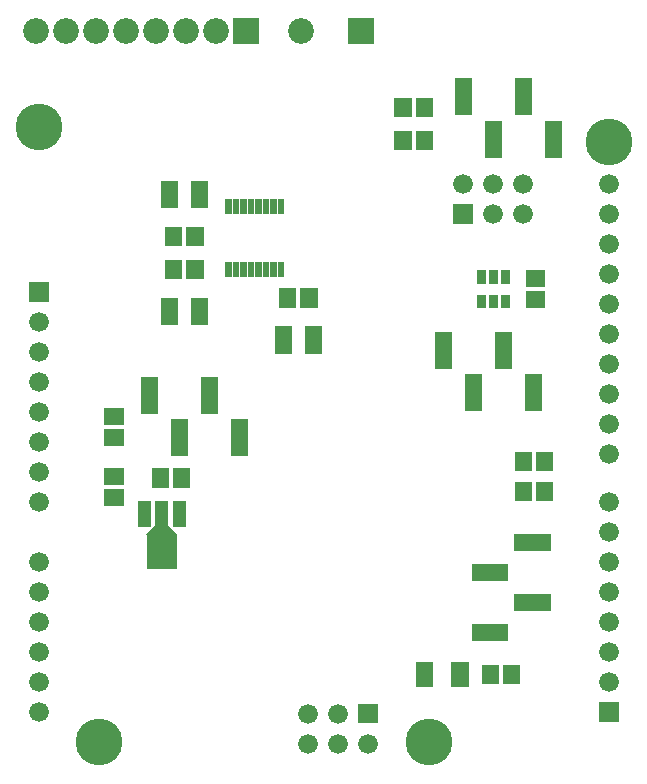
<source format=gbr>
G04 start of page 6 for group -4063 idx -4063 *
G04 Title: (unknown), componentmask *
G04 Creator: pcb 20140316 *
G04 CreationDate: Thu 11 Jun 2015 05:52:48 PM GMT UTC *
G04 For: ndholmes *
G04 Format: Gerber/RS-274X *
G04 PCB-Dimensions (mil): 2100.00 2700.00 *
G04 PCB-Coordinate-Origin: lower left *
%MOIN*%
%FSLAX25Y25*%
%LNTOPMASK*%
%ADD57R,0.0225X0.0225*%
%ADD56R,0.0550X0.0550*%
%ADD55R,0.1005X0.1005*%
%ADD54R,0.0438X0.0438*%
%ADD53R,0.0572X0.0572*%
%ADD52R,0.0300X0.0300*%
%ADD51R,0.0560X0.0560*%
%ADD50C,0.0860*%
%ADD49C,0.1560*%
%ADD48C,0.0660*%
%ADD47C,0.0001*%
G54D47*G36*
X196700Y23300D02*Y16700D01*
X203300D01*
Y23300D01*
X196700D01*
G37*
G54D48*X200000Y30000D03*
Y40000D03*
Y50000D03*
Y60000D03*
Y70000D03*
G54D49*X140000Y10000D03*
G54D48*X119803Y9449D03*
X109803D03*
X99803D03*
G54D47*G36*
X116503Y22749D02*Y16149D01*
X123103D01*
Y22749D01*
X116503D01*
G37*
G54D48*X109803Y19449D03*
X99803D03*
X10000Y130000D03*
Y120000D03*
Y110000D03*
Y100000D03*
Y90000D03*
Y70000D03*
Y60000D03*
Y50000D03*
Y40000D03*
Y30000D03*
Y20000D03*
G54D49*X30000Y10000D03*
G54D48*X200000Y80000D03*
Y90000D03*
Y106000D03*
Y116000D03*
Y126000D03*
Y136000D03*
Y146000D03*
Y156000D03*
Y166000D03*
Y176000D03*
Y186000D03*
Y196000D03*
G54D49*Y210000D03*
G54D47*G36*
X148200Y189300D02*Y182700D01*
X154800D01*
Y189300D01*
X148200D01*
G37*
G54D48*X161500Y186000D03*
X171500D03*
X151500Y196000D03*
X161500D03*
X171500D03*
G54D47*G36*
X6700Y163300D02*Y156700D01*
X13300D01*
Y163300D01*
X6700D01*
G37*
G54D48*X10000Y150000D03*
Y140000D03*
G54D49*Y215000D03*
G54D50*X29000Y247000D03*
X19000D03*
X9000D03*
X69000D03*
X59000D03*
X49000D03*
X39000D03*
G54D47*G36*
X74700Y251300D02*Y242700D01*
X83300D01*
Y251300D01*
X74700D01*
G37*
G36*
X113200D02*Y242700D01*
X121800D01*
Y251300D01*
X113200D01*
G37*
G54D50*X97500Y247000D03*
G54D51*X175000Y129740D02*Y123087D01*
X165000Y143913D02*Y137260D01*
X155000Y129740D02*Y123087D01*
G54D52*X165500Y165800D02*Y164200D01*
X161600Y165800D02*Y164200D01*
X157700Y165800D02*Y164200D01*
Y157600D02*Y156000D01*
X161600Y157600D02*Y156000D01*
X165500Y157600D02*Y156000D01*
G54D53*X175107Y157457D02*X175893D01*
X175107Y164543D02*X175893D01*
X171457Y103936D02*Y103150D01*
X178543Y103936D02*Y103150D01*
X171457Y93893D02*Y93107D01*
X178543Y93893D02*Y93107D01*
G54D51*X171260Y76500D02*X177913D01*
X157087Y46500D02*X163740D01*
X171260Y56500D02*X177913D01*
X157087Y66500D02*X163740D01*
G54D53*X160457Y32893D02*Y32107D01*
X167543Y32893D02*Y32107D01*
G54D51*X145000Y143913D02*Y137260D01*
G54D53*X138457Y221893D02*Y221107D01*
X131371Y221893D02*Y221107D01*
X138500Y210893D02*Y210107D01*
X131414Y210893D02*Y210107D01*
X138595Y33681D02*Y31319D01*
X150405Y33681D02*Y31319D01*
G54D51*X181500Y214240D02*Y207587D01*
X161500Y214240D02*Y207587D01*
X171500Y228413D02*Y221760D01*
X151500Y228413D02*Y221760D01*
G54D53*X57543Y98393D02*Y97607D01*
G54D54*X56906Y87984D02*Y83890D01*
G54D53*X50457Y98393D02*Y97607D01*
G54D54*X51000Y87984D02*Y76174D01*
G54D55*Y74440D02*Y72550D01*
G54D47*G36*
X52885Y82429D02*X56149Y79165D01*
X54305Y77321D01*
X51041Y80585D01*
X52885Y82429D01*
G37*
G36*
X45851Y79165D02*X49115Y82429D01*
X50959Y80585D01*
X47695Y77321D01*
X45851Y79165D01*
G37*
G54D54*X45094Y87984D02*Y83890D01*
G54D53*X34607Y98543D02*X35393D01*
X34607Y91457D02*X35393D01*
X34607Y111414D02*X35393D01*
X34607Y118500D02*X35393D01*
G54D51*X47000Y128913D02*Y122260D01*
X67000Y128913D02*Y122260D01*
X57000Y114740D02*Y108087D01*
X77000Y114740D02*Y108087D01*
G54D53*X62043Y178893D02*Y178107D01*
X54957Y178893D02*Y178107D01*
G54D56*X63500Y194300D02*Y190700D01*
X53500Y194300D02*Y190700D01*
G54D57*X78250Y189925D02*Y187075D01*
X75750Y189925D02*Y187075D01*
X73250Y189925D02*Y187075D01*
G54D53*X62043Y167893D02*Y167107D01*
X54957Y167893D02*Y167107D01*
G54D56*X63500Y155300D02*Y151700D01*
X53500Y155300D02*Y151700D01*
G54D57*X90750Y189925D02*Y187075D01*
X88250Y189925D02*Y187075D01*
X85750Y189925D02*Y187075D01*
X83250Y189925D02*Y187075D01*
X80750Y189925D02*Y187075D01*
X73250Y168925D02*Y166075D01*
X75750Y168925D02*Y166075D01*
X78250Y168925D02*Y166075D01*
X80750Y168925D02*Y166075D01*
X83250Y168925D02*Y166075D01*
X85750Y168925D02*Y166075D01*
X88250Y168925D02*Y166075D01*
X90750Y168925D02*Y166075D01*
G54D56*X101500Y145800D02*Y142200D01*
X91500Y145800D02*Y142200D01*
G54D53*X100043Y158393D02*Y157607D01*
X92957Y158393D02*Y157607D01*
M02*

</source>
